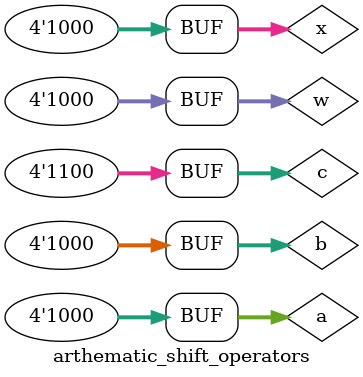
<source format=v>
module arthematic_shift_operators;

reg [3:0] a,x;
reg signed [3:0] b,w;
reg signed [3:0] c=4'b1100;

initial

begin

a=4'b1100>>>1;
b=4'b1100>>>1;
x=c>>>1;
w=c>>>1;
#10;
a=4'b1100<<<1;
b=4'b1100<<<1;
x=c<<<1;
w=c<<<1;

end

initial
$monitor("a=%0b,b=%0b,x=%0b,w=%0b",a,b,x,w,$time);

endmodule

</source>
